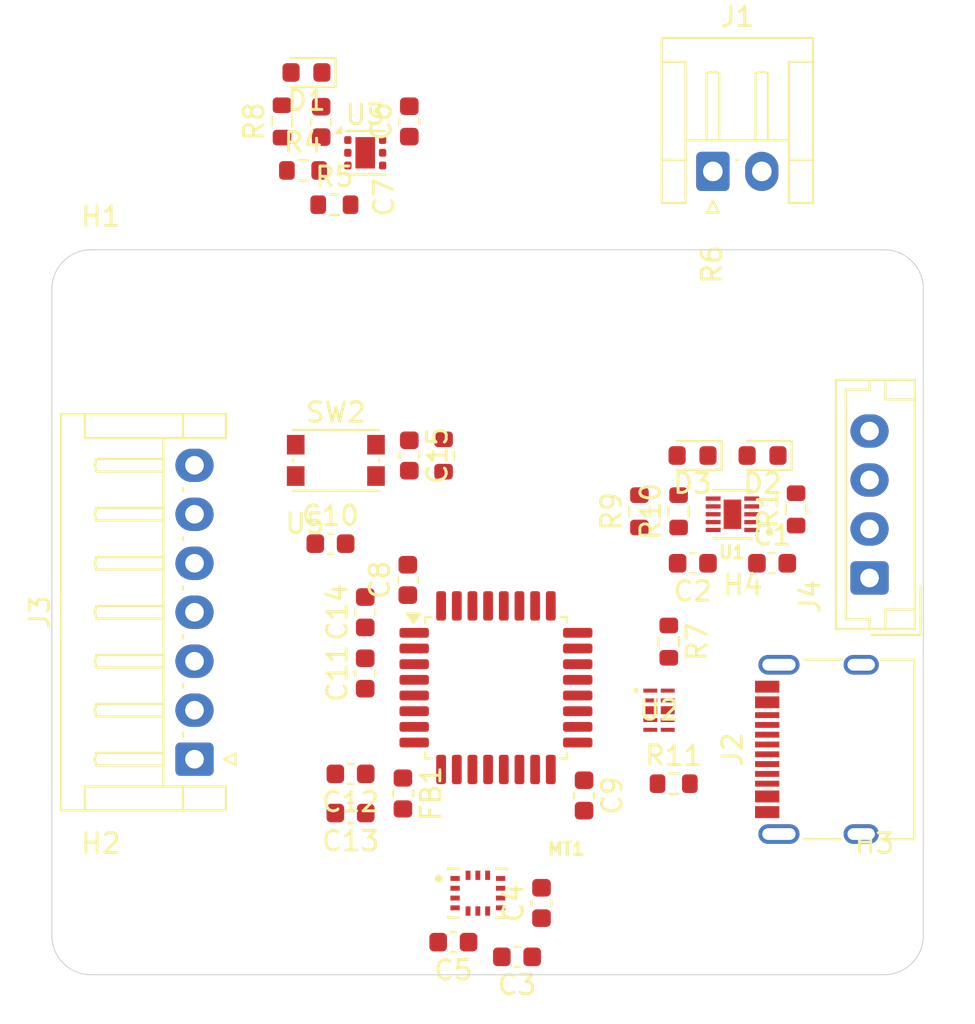
<source format=kicad_pcb>
(kicad_pcb (version 20241229) (generator "pcbnew") (generator_version "9.0")
  (layers (0 "F.Cu" signal) (2 "B.Cu" signal) (13 "F.Paste" user) (15 "B.Paste" user) (5 "F.SilkS" user "F.Silkscreen") (7 "B.SilkS" user "B.Silkscreen") (1 "F.Mask" user) (3 "B.Mask" user) (25 "Edge.Cuts" user))
  (net 0 "")
  (net 1 "GND")
  (net 2 "/VBUS")
  (net 3 "/VBAT")
  (net 4 "+3V3")
  (net 5 "+3.3VA")
  (net 6 "/NRST")
  (net 7 "/SW_BOOT0")
  (net 8 "Net-(D1-A)")
  (net 9 "Net-(D2-A)")
  (net 10 "Net-(D2-K)")
  (net 11 "/CHG_STATUS")
  (net 12 "Net-(D3-A)")
  (net 13 "/DIS_DC")
  (net 14 "/DIS_CS")
  (net 15 "/DIS_RST")
  (net 16 "/MOSI")
  (net 17 "/SCLK")
  (net 19 "/MISO")
  (net 21 "/GY_INT2")
  (net 22 "/GY_INT1")
  (net 23 "/GYRO_CS")
  (net 26 "Net-(U1-ISET)")
  (net 29 "Net-(U3-FB)")
  (net 30 "/BOOT0")
  (net 31 "/USB_P")
  (net 32 "Net-(J2-SHIELD)")
  (net 34 "/USB_N")
  (net 46 "/SWDIO")
  (net 50 "/SWCLK")
  (net 56 "/HSE_IN")
  (footprint "Capacitor_SMD:C_0603_1608Metric" (layer "F.Cu") (at 113.75 58.475 90)
    (property "Reference" "C7" (at -3.85 3.2075 90) (layer "F.SilkS"))
    (property "Value" "1uF")
    (fp_line (start -0.14058 -0.51) (end 0.14058 -0.51) (stroke (width 0.12)) (layer "F.SilkS"))
    (fp_line (start -0.14058 0.51) (end 0.14058 0.51) (stroke (width 0.12)) (layer "F.SilkS"))
    (pad "1" smd roundrect (at -0.775 0 90) (size 0.9 0.95) (layers "F.Cu" "F.Mask" "F.Paste") (net 4 "+3V3"))
    (pad "2" smd roundrect (at 0.775 0 90) (size 0.9 0.95) (layers "F.Cu" "F.Mask" "F.Paste") (net 1 "GND"))
  )
  (footprint "LED_SMD:LED_0603_1608Metric" (layer "F.Cu") (at 113 55.95 180)
    (property "Reference" "D1" (at 0 -1.43 0) (layer "F.SilkS"))
    (property "Value" "LED_Small")
    (fp_line (start 0.8 -0.735) (end -1.485 -0.735) (stroke (width 0.12)) (layer "F.SilkS"))
    (fp_line (start -1.485 0.735) (end 0.8 0.735) (stroke (width 0.12)) (layer "F.SilkS"))
    (fp_line (start -1.485 -0.735) (end -1.485 0.735) (stroke (width 0.12)) (layer "F.SilkS"))
    (pad "1" smd roundrect (at -0.7875 0 180) (size 0.875 0.95) (layers "F.Cu" "F.Mask" "F.Paste") (net 1 "GND"))
    (pad "2" smd roundrect (at 0.7875 0 180) (size 0.875 0.95) (layers "F.Cu" "F.Mask" "F.Paste") (net 8 "Net-(D1-A)"))
  )
  (footprint "Package_SON:WSON-6-1EP_2x2mm_P0.65mm_EP1x1.6mm" (layer "F.Cu") (at 116 60.05)
    (property "Reference" "U3" (at 0 -1.95 0) (layer "F.SilkS"))
    (property "Value" "TLV75801PDRV")
    (fp_line (start -1 -1.11) (end 1 -1.11) (stroke (width 0.12)) (layer "F.SilkS"))
    (fp_line (start -1 1.11) (end 1 1.11) (stroke (width 0.12)) (layer "F.SilkS"))
    (fp_poly (pts (xy -1.24 -1.01) (xy -1.52 -1.01) (xy -1.24 -1.29)) (stroke (width 0.12)) (fill yes) (layer "F.SilkS"))
    (pad "1" smd roundrect (at -0.8875 -0.65) (size 0.375 0.4) (layers "F.Cu" "F.Mask" "F.Paste") (net 4 "+3V3"))
    (pad "2" smd roundrect (at -0.8875 0) (size 0.375 0.4) (layers "F.Cu" "F.Mask" "F.Paste") (net 29 "Net-(U3-FB)"))
    (pad "3" smd roundrect (at -0.8875 0.65) (size 0.375 0.4) (layers "F.Cu" "F.Mask" "F.Paste") (net 1 "GND"))
    (pad "4" smd roundrect (at 0.8875 0.65) (size 0.375 0.4) (layers "F.Cu" "F.Mask" "F.Paste") (net 3 "/VBAT"))
    (pad "5" smd roundrect (at 0.8875 0) (size 0.375 0.4) (layers "F.Cu" "F.Mask" "F.Paste"))
    (pad "6" smd roundrect (at 0.8875 -0.65) (size 0.375 0.4) (layers "F.Cu" "F.Mask" "F.Paste") (net 3 "/VBAT"))
    (pad "7" smd rect (at 0 0) (size 1 1.6) (property pad_prop_heatsink) (layers "F.Cu" "F.Mask") (net 1 "GND"))
  )
  (footprint "Connector_JST:JST_EH_S7B-EH_1x07_P2.50mm_Horizontal" (layer "F.Cu") (at 107.2825 91 90)
    (property "Reference" "J3" (at 7.5 -7.9 90) (layer "F.SilkS"))
    (property "Value" "Conn_01x07")
    (fp_line (start 17.61 -6.81) (end 17.61 1.61) (stroke (width 0.12)) (layer "F.SilkS"))
    (fp_line (start -2.61 -6.81) (end 17.61 -6.81) (stroke (width 0.12)) (layer "F.SilkS"))
    (fp_line (start 17.61 -5.59) (end 16.39 -5.59) (stroke (width 0.12)) (layer "F.SilkS"))
    (fp_line (start 16.39 -5.59) (end 16.39 -0.59) (stroke (width 0.12)) (layer "F.SilkS"))
    (fp_line (start -1.39 -5.59) (end -1.39 -0.59) (stroke (width 0.12)) (layer "F.SilkS"))
    (fp_line (start -2.61 -5.59) (end -1.39 -5.59) (stroke (width 0.12)) (layer "F.SilkS"))
    (fp_line (start 15 -5.09) (end 15.32 -5.01) (stroke (width 0.12)) (layer "F.SilkS"))
    (fp_line (start 12.5 -5.09) (end 12.82 -5.01) (stroke (width 0.12)) (layer "F.SilkS"))
    (fp_line (start 10 -5.09) (end 10.32 -5.01) (stroke (width 0.12)) (layer "F.SilkS"))
    (fp_line (start 7.5 -5.09) (end 7.82 -5.01) (stroke (width 0.12)) (layer "F.SilkS"))
    (fp_line (start 5 -5.09) (end 5.32 -5.01) (stroke (width 0.12)) (layer "F.SilkS"))
    (fp_line (start 2.5 -5.09) (end 2.82 -5.01) (stroke (width 0.12)) (layer "F.SilkS"))
    (fp_line (start 0 -5.09) (end 0.32 -5.01) (stroke (width 0.12)) (layer "F.SilkS"))
    (fp_line (start 15.32 -5.01) (end 15.32 -1.59) (stroke (width 0.12)) (layer "F.SilkS"))
    (fp_line (start 14.68 -5.01) (end 15 -5.09) (stroke (width 0.12)) (layer "F.SilkS"))
    (fp_line (start 12.82 -5.01) (end 12.82 -1.59) (stroke (width 0.12)) (layer "F.SilkS"))
    (fp_line (start 12.18 -5.01) (end 12.5 -5.09) (stroke (width 0.12)) (layer "F.SilkS"))
    (fp_line (start 10.32 -5.01) (end 10.32 -1.59) (stroke (width 0.12)) (layer "F.SilkS"))
    (fp_line (start 9.68 -5.01) (end 10 -5.09) (stroke (width 0.12)) (layer "F.SilkS"))
    (fp_line (start 7.82 -5.01) (end 7.82 -1.59) (stroke (width 0.12)) (layer "F.SilkS"))
    (fp_line (start 7.18 -5.01) (end 7.5 -5.09) (stroke (width 0.12)) (layer "F.SilkS"))
    (fp_line (start 5.32 -5.01) (end 5.32 -1.59) (stroke (width 0.12)) (layer "F.SilkS"))
    (fp_line (start 4.68 -5.01) (end 5 -5.09) (stroke (width 0.12)) (layer "F.SilkS"))
    (fp_line (start 2.82 -5.01) (end 2.82 -1.59) (stroke (width 0.12)) (layer "F.SilkS"))
    (fp_line (start 2.18 -5.01) (end 2.5 -5.09) (stroke (width 0.12)) (layer "F.SilkS"))
    (fp_line (start 0.32 -5.01) (end 0.32 -1.59) (stroke (width 0.12)) (layer "F.SilkS"))
    (fp_line (start -0.32 -5.01) (end 0 -5.09) (stroke (width 0.12)) (layer "F.SilkS"))
    (fp_line (start 15.32 -1.59) (end 15 -1.59) (stroke (width 0.12)) (layer "F.SilkS"))
    (fp_line (start 15 -1.59) (end 14.68 -1.59) (stroke (width 0.12)) (layer "F.SilkS"))
    (fp_line (start 14.68 -1.59) (end 14.68 -5.01) (stroke (width 0.12)) (layer "F.SilkS"))
    (fp_line (start 12.82 -1.59) (end 12.5 -1.59) (stroke (width 0.12)) (layer "F.SilkS"))
    (fp_line (start 12.5 -1.59) (end 12.18 -1.59) (stroke (width 0.12)) (layer "F.SilkS"))
    (fp_line (start 12.18 -1.59) (end 12.18 -5.01) (stroke (width 0.12)) (layer "F.SilkS"))
    (fp_line (start 10.32 -1.59) (end 10 -1.59) (stroke (width 0.12)) (layer "F.SilkS"))
    (fp_line (start 10 -1.59) (end 9.68 -1.59) (stroke (width 0.12)) (layer "F.SilkS"))
    (fp_line (start 9.68 -1.59) (end 9.68 -5.01) (stroke (width 0.12)) (layer "F.SilkS"))
    (fp_line (start 7.82 -1.59) (end 7.5 -1.59) (stroke (width 0.12)) (layer "F.SilkS"))
    (fp_line (start 7.5 -1.59) (end 7.18 -1.59) (stroke (width 0.12)) (layer "F.SilkS"))
    (fp_line (start 7.18 -1.59) (end 7.18 -5.01) (stroke (width 0.12)) (layer "F.SilkS"))
    (fp_line (start 5.32 -1.59) (end 5 -1.59) (stroke (width 0.12)) (layer "F.SilkS"))
    (fp_line (start 5 -1.59) (end 4.68 -1.59) (stroke (width 0.12)) (layer "F.SilkS"))
    (fp_line (start 4.68 -1.59) (end 4.68 -5.01) (stroke (width 0.12)) (layer "F.SilkS"))
    (fp_line (start 2.82 -1.59) (end 2.5 -1.59) (stroke (width 0.12)) (layer "F.SilkS"))
    (fp_line (start 2.5 -1.59) (end 2.18 -1.59) (stroke (width 0.12)) (layer "F.SilkS"))
    (fp_line (start 2.18 -1.59) (end 2.18 -5.01) (stroke (width 0.12)) (layer "F.SilkS"))
    (fp_line (start 0.32 -1.59) (end 0 -1.59) (stroke (width 0.12)) (layer "F.SilkS"))
    (fp_line (start 0 -1.59) (end -0.32 -1.59) (stroke (width 0.12)) (layer "F.SilkS"))
    (fp_line (start -0.32 -1.59) (end -0.32 -5.01) (stroke (width 0.12)) (layer "F.SilkS"))
    (fp_line (start -1.39 -1.59) (end 16.39 -1.59) (stroke (width 0.12)) (layer "F.SilkS"))
    (fp_line (start 16.39 -0.59) (end 17.61 -0.59) (stroke (width 0.12)) (layer "F.SilkS"))
    (fp_line (start 13.67 -0.59) (end 13.83 -0.59) (stroke (width 0.12)) (layer "F.SilkS"))
    (fp_line (start 11.17 -0.59) (end 11.33 -0.59) (stroke (width 0.12)) (layer "F.SilkS"))
    (fp_line (start 8.67 -0.59) (end 8.83 -0.59) (stroke (width 0.12)) (layer "F.SilkS"))
    (fp_line (start 6.17 -0.59) (end 6.33 -0.59) (stroke (width 0.12)) (layer "F.SilkS"))
    (fp_line (start 3.67 -0.59) (end 3.83 -0.59) (stroke (width 0.12)) (layer "F.SilkS"))
    (fp_line (start 1.17 -0.59) (end 1.33 -0.59) (stroke (width 0.12)) (layer "F.SilkS"))
    (fp_line (start -1.39 -0.59) (end -2.61 -0.59) (stroke (width 0.12)) (layer "F.SilkS"))
    (fp_line (start -1.39 -0.59) (end -1.39 1.61) (stroke (width 0.12)) (layer "F.SilkS"))
    (fp_line (start 0 1.5) (end -0.3 2.1) (stroke (width 0.12)) (layer "F.SilkS"))
    (fp_line (start 17.61 1.61) (end 16.39 1.61) (stroke (width 0.12)) (layer "F.SilkS"))
    (fp_line (start 16.39 1.61) (end 16.39 -0.59) (stroke (width 0.12)) (layer "F.SilkS"))
    (fp_line (start -1.39 1.61) (end -2.61 1.61) (stroke (width 0.12)) (layer "F.SilkS"))
    (fp_line (start -2.61 1.61) (end -2.61 -6.81) (stroke (width 0.12)) (layer "F.SilkS"))
    (fp_line (start 0.3 2.1) (end 0 1.5) (stroke (width 0.12)) (layer "F.SilkS"))
    (fp_line (start -0.3 2.1) (end 0.3 2.1) (stroke (width 0.12)) (layer "F.SilkS"))
    (pad "1" thru_hole roundrect (at 0 0 90) (size 1.7 1.95) (drill 0.95) (layers "*.Cu" "*.Mask") (roundrect_rratio 0.147059) (net 4 "+3V3"))
    (pad "2" thru_hole oval (at 2.5 0 90) (size 1.7 1.95) (drill 0.95) (layers "*.Cu" "*.Mask") (net 1 "GND"))
    (pad "3" thru_hole oval (at 5 0 90) (size 1.7 1.95) (drill 0.95) (layers "*.Cu" "*.Mask") (net 16 "/MOSI"))
    (pad "4" thru_hole oval (at 7.5 0 90) (size 1.7 1.95) (drill 0.95) (layers "*.Cu" "*.Mask") (net 17 "/SCLK"))
    (pad "5" thru_hole oval (at 10 0 90) (size 1.7 1.95) (drill 0.95) (layers "*.Cu" "*.Mask") (net 14 "/DIS_CS"))
    (pad "6" thru_hole oval (at 12.5 0 90) (size 1.7 1.95) (drill 0.95) (layers "*.Cu" "*.Mask") (net 13 "/DIS_DC"))
    (pad "7" thru_hole oval (at 15 0 90) (size 1.7 1.95) (drill 0.95) (layers "*.Cu" "*.Mask") (net 15 "/DIS_RST"))
  )
  (footprint "MountingHole:MountingHole_3.2mm_M3" (layer "F.Cu") (at 142 99.5)
    (property "Reference" "H3" (at 0 -4.2 0) (layer "F.SilkS"))
    (property "Value" "MountingHole")
    (pad "" np_thru_hole circle (at 0 0) (size 3.2 3.2) (drill 3.2) (layers "*.Cu" "*.Mask"))
  )
  (footprint "Capacitor_SMD:C_0603_1608Metric" (layer "F.Cu") (at 127.175 92.85 -90)
    (property "Reference" "C9" (at 0 -1.43 90) (layer "F.SilkS"))
    (property "Value" "100nF")
    (fp_line (start -0.14058 0.51) (end 0.14058 0.51) (stroke (width 0.12)) (layer "F.SilkS"))
    (fp_line (start -0.14058 -0.51) (end 0.14058 -0.51) (stroke (width 0.12)) (layer "F.SilkS"))
    (pad "1" smd roundrect (at -0.775 0 270) (size 0.9 0.95) (layers "F.Cu" "F.Mask" "F.Paste") (net 4 "+3V3"))
    (pad "2" smd roundrect (at 0.775 0 270) (size 0.9 0.95) (layers "F.Cu" "F.Mask" "F.Paste") (net 1 "GND"))
  )
  (footprint "Resistor_SMD:R_0603_1608Metric" (layer "F.Cu") (at 114.425 62.7)
    (property "Reference" "R5" (at 0 -1.43 0) (layer "F.SilkS"))
    (property "Value" "200k")
    (fp_line (start -0.237258 -0.5225) (end 0.237258 -0.5225) (stroke (width 0.12)) (layer "F.SilkS"))
    (fp_line (start -0.237258 0.5225) (end 0.237258 0.5225) (stroke (width 0.12)) (layer "F.SilkS"))
    (pad "1" smd roundrect (at -0.825 0) (size 0.8 0.95) (layers "F.Cu" "F.Mask" "F.Paste") (net 29 "Net-(U3-FB)"))
    (pad "2" smd roundrect (at 0.825 0) (size 0.8 0.95) (layers "F.Cu" "F.Mask" "F.Paste") (net 1 "GND"))
  )
  (footprint "Inductor_SMD:L_0603_1608Metric" (layer "F.Cu") (at 117.925 92.75 -90)
    (property "Reference" "FB1" (at 0 -1.43 90) (layer "F.SilkS"))
    (property "Value" "120R")
    (fp_line (start -0.162779 0.51) (end 0.162779 0.51) (stroke (width 0.12)) (layer "F.SilkS"))
    (fp_line (start -0.162779 -0.51) (end 0.162779 -0.51) (stroke (width 0.12)) (layer "F.SilkS"))
    (pad "1" smd roundrect (at -0.7875 0 270) (size 0.875 0.95) (layers "F.Cu" "F.Mask" "F.Paste") (net 5 "+3.3VA"))
    (pad "2" smd roundrect (at 0.7875 0 270) (size 0.875 0.95) (layers "F.Cu" "F.Mask" "F.Paste") (net 4 "+3V3"))
  )
  (footprint "ESD7104:UDFN10_ONS" (layer "F.Cu") (at 131 88.5)
    (property "Reference" "U2" (at 0 0 0) (layer "F.SilkS"))
    (property "Value" "ESD7104MUTAG")
    (fp_arc (start -1.13284 -0.926171) (mid -1.2279 -1) (end -1.13284 -1.073829) (stroke (width 0.1524)) (layer "F.SilkS"))
    (pad "1" smd rect (at -0.4445 -1.000001) (size 0.7112 0.2032) (layers "F.Cu" "F.Mask" "F.Paste") (net 34 "/USB_N"))
    (pad "2" smd rect (at -0.4445 -0.499999) (size 0.7112 0.2032) (layers "F.Cu" "F.Mask" "F.Paste") (net 31 "/USB_P"))
    (pad "3" smd rect (at -0.4445 0) (size 0.7112 0.4064) (layers "F.Cu" "F.Mask" "F.Paste") (net 1 "GND"))
    (pad "4" smd rect (at -0.4445 0.499999) (size 0.7112 0.2032) (layers "F.Cu" "F.Mask" "F.Paste") (net 2 "/VBUS"))
    (pad "5" smd rect (at -0.4445 1.000001) (size 0.7112 0.2032) (layers "F.Cu" "F.Mask" "F.Paste"))
    (pad "6" smd rect (at 0.4445 1.000001) (size 0.7112 0.2032) (layers "F.Cu" "F.Mask" "F.Paste"))
    (pad "7" smd rect (at 0.4445 0.499999) (size 0.7112 0.2032) (layers "F.Cu" "F.Mask" "F.Paste"))
    (pad "8" smd rect (at 0.4445 0) (size 0.7112 0.4064) (layers "F.Cu" "F.Mask" "F.Paste") (net 1 "GND"))
    (pad "9" smd rect (at 0.4445 -0.499999) (size 0.7112 0.2032) (layers "F.Cu" "F.Mask" "F.Paste"))
    (pad "10" smd rect (at 0.4445 -1.000001) (size 0.7112 0.2032) (layers "F.Cu" "F.Mask" "F.Paste"))
  )
  (footprint "Capacitor_SMD:C_0603_1608Metric" (layer "F.Cu") (at 116 86.625 90)
    (property "Reference" "C11" (at 0 -1.43 90) (layer "F.SilkS"))
    (property "Value" "10nF")
    (fp_line (start -0.14058 -0.51) (end 0.14058 -0.51) (stroke (width 0.12)) (layer "F.SilkS"))
    (fp_line (start -0.14058 0.51) (end 0.14058 0.51) (stroke (width 0.12)) (layer "F.SilkS"))
    (pad "1" smd roundrect (at -0.775 0 90) (size 0.9 0.95) (layers "F.Cu" "F.Mask" "F.Paste") (net 5 "+3.3VA"))
    (pad "2" smd roundrect (at 0.775 0 90) (size 0.9 0.95) (layers "F.Cu" "F.Mask" "F.Paste") (net 1 "GND"))
  )
  (footprint "Capacitor_SMD:C_0603_1608Metric" (layer "F.Cu") (at 136.775 81)
    (property "Reference" "C1" (at 0 -1.43 0) (layer "F.SilkS"))
    (property "Value" "1uF")
    (fp_line (start -0.14058 -0.51) (end 0.14058 -0.51) (stroke (width 0.12)) (layer "F.SilkS"))
    (fp_line (start -0.14058 0.51) (end 0.14058 0.51) (stroke (width 0.12)) (layer "F.SilkS"))
    (pad "1" smd roundrect (at -0.775 0) (size 0.9 0.95) (layers "F.Cu" "F.Mask" "F.Paste") (net 1 "GND"))
    (pad "2" smd roundrect (at 0.775 0) (size 0.9 0.95) (layers "F.Cu" "F.Mask" "F.Paste") (net 2 "/VBUS"))
  )
  (footprint "Button_Switch_SMD:SW_Push_1P1T_NO_CK_KMR2" (layer "F.Cu") (at 114.5 75.75)
    (property "Reference" "SW2" (at 0 -2.45 0) (layer "F.SilkS"))
    (property "Value" "SW_Push")
    (fp_line (start -2.2 0.05) (end -2.2 -0.05) (stroke (width 0.12)) (layer "F.SilkS"))
    (fp_line (start -2.2 1.55) (end 2.2 1.55) (stroke (width 0.12)) (layer "F.SilkS"))
    (fp_line (start 2.2 -1.55) (end -2.2 -1.55) (stroke (width 0.12)) (layer "F.SilkS"))
    (fp_line (start 2.2 0.05) (end 2.2 -0.05) (stroke (width 0.12)) (layer "F.SilkS"))
    (pad "1" smd rect (at -2.05 -0.8) (size 0.9 1) (layers "F.Cu" "F.Mask" "F.Paste") (net 7 "/SW_BOOT0"))
    (pad "1" smd rect (at 2.05 -0.8) (size 0.9 1) (layers "F.Cu" "F.Mask" "F.Paste") (net 7 "/SW_BOOT0"))
    (pad "2" smd rect (at -2.05 0.8) (size 0.9 1) (layers "F.Cu" "F.Mask" "F.Paste") (net 4 "+3V3"))
    (pad "2" smd rect (at 2.05 0.8) (size 0.9 1) (layers "F.Cu" "F.Mask" "F.Paste") (net 4 "+3V3"))
  )
  (footprint "Connector_USB:USB_C_Receptacle_G-Switch_GT-USB-7010ASV" (layer "F.Cu") (at 140.25 90.5 90)
    (property "Reference" "J2" (at 0 -5.5 90) (layer "F.SilkS"))
    (property "Value" "USB_C_Receptacle_USB2.0_16P")
    (fp_line (start -4.58 -1.85) (end -4.58 0.07) (stroke (width 0.12)) (layer "F.SilkS"))
    (fp_line (start 4.58 0.07) (end 4.58 -1.85) (stroke (width 0.12)) (layer "F.SilkS"))
    (fp_line (start 4.58 2.08) (end 4.58 3.785) (stroke (width 0.12)) (layer "F.SilkS"))
    (fp_line (start 4.58 3.785) (end -4.58 3.785) (stroke (width 0.12)) (layer "F.SilkS"))
    (fp_line (start -4.58 3.785) (end -4.58 2.08) (stroke (width 0.12)) (layer "F.SilkS"))
    (pad "" np_thru_hole circle (at -2.89 -2.605 90) (size 0.65 0.65) (drill 0.65) (layers "*.Cu" "*.Mask"))
    (pad "" np_thru_hole circle (at 2.89 -2.605 90) (size 0.65 0.65) (drill 0.65) (layers "*.Cu" "*.Mask"))
    (pad "A1" smd rect (at -3.2 -3.725 90) (size 0.6 1.24) (layers "F.Cu" "F.Mask" "F.Paste") (net 1 "GND"))
    (pad "A4" smd rect (at -2.4 -3.725 90) (size 0.6 1.24) (layers "F.Cu" "F.Mask" "F.Paste") (net 2 "/VBUS"))
    (pad "A5" smd rect (at -1.25 -3.725 90) (size 0.3 1.24) (layers "F.Cu" "F.Mask" "F.Paste"))
    (pad "A6" smd rect (at -0.25 -3.725 90) (size 0.3 1.24) (layers "F.Cu" "F.Mask" "F.Paste") (net 31 "/USB_P"))
    (pad "A7" smd rect (at 0.25 -3.725 90) (size 0.3 1.24) (layers "F.Cu" "F.Mask" "F.Paste") (net 34 "/USB_N"))
    (pad "A8" smd rect (at 1.25 -3.725 90) (size 0.3 1.24) (layers "F.Cu" "F.Mask" "F.Paste"))
    (pad "A9" smd rect (at 2.4 -3.725 90) (size 0.6 1.24) (layers "F.Cu" "F.Mask" "F.Paste") (net 2 "/VBUS"))
    (pad "A12" smd rect (at 3.2 -3.725 90) (size 0.6 1.24) (layers "F.Cu" "F.Mask" "F.Paste") (net 1 "GND"))
    (pad "B1" smd rect (at 3.2 -3.725 90) (size 0.6 1.24) (layers "F.Cu" "F.Mask" "F.Paste") (net 1 "GND"))
    (pad "B4" smd rect (at 2.4 -3.725 90) (size 0.6 1.24) (layers "F.Cu" "F.Mask" "F.Paste") (net 2 "/VBUS"))
    (pad "B5" smd rect (at 1.75 -3.725 90) (size 0.3 1.24) (layers "F.Cu" "F.Mask" "F.Paste"))
    (pad "B6" smd rect (at 0.75 -3.725 90) (size 0.3 1.24) (layers "F.Cu" "F.Mask" "F.Paste") (net 31 "/USB_P"))
    (pad "B7" smd rect (at -0.75 -3.725 90) (size 0.3 1.24) (layers "F.Cu" "F.Mask" "F.Paste") (net 34 "/USB_N"))
    (pad "B8" smd rect (at -1.75 -3.725 90) (size 0.3 1.24) (layers "F.Cu" "F.Mask" "F.Paste"))
    (pad "B9" smd rect (at -2.4 -3.725 90) (size 0.6 1.24) (layers "F.Cu" "F.Mask" "F.Paste") (net 2 "/VBUS"))
    (pad "B12" smd rect (at -3.2 -3.725 90) (size 0.6 1.24) (layers "F.Cu" "F.Mask" "F.Paste") (net 1 "GND"))
    (pad "S1" thru_hole oval (at -4.32 -3.125 90) (size 1 2.1) (drill oval 0.6 1.7) (property pad_prop_heatsink) (layers "*.Cu" "*.Mask") (net 32 "Net-(J2-SHIELD)"))
    (pad "S1" thru_hole oval (at -4.32 1.075 90) (size 1 1.8) (drill oval 0.6 1.4) (property pad_prop_heatsink) (layers "*.Cu" "*.Mask") (net 32 "Net-(J2-SHIELD)"))
    (pad "S1" thru_hole oval (at 4.32 -3.125 90) (size 1 2.1) (drill oval 0.6 1.7) (property pad_prop_heatsink) (layers "*.Cu" "*.Mask") (net 32 "Net-(J2-SHIELD)"))
    (pad "S1" thru_hole oval (at 4.32 1.075 90) (size 1 1.8) (drill oval 0.6 1.4) (property pad_prop_heatsink) (layers "*.Cu" "*.Mask") (net 32 "Net-(J2-SHIELD)"))
  )
  (footprint "Resistor_SMD:R_0603_1608Metric" (layer "F.Cu") (at 138 78.25 90)
    (property "Reference" "R1" (at 0 -1.43 90) (layer "F.SilkS"))
    (property "Value" "540")
    (fp_line (start -0.237258 -0.5225) (end 0.237258 -0.5225) (stroke (width 0.12)) (layer "F.SilkS"))
    (fp_line (start -0.237258 0.5225) (end 0.237258 0.5225) (stroke (width 0.12)) (layer "F.SilkS"))
    (pad "1" smd roundrect (at -0.825 0 90) (size 0.8 0.95) (layers "F.Cu" "F.Mask" "F.Paste") (net 26 "Net-(U1-ISET)"))
    (pad "2" smd roundrect (at 0.825 0 90) (size 0.8 0.95) (layers "F.Cu" "F.Mask" "F.Paste") (net 1 "GND"))
  )
  (footprint "Connector_JST:JST_EH_S2B-EH_1x02_P2.50mm_Horizontal" (layer "F.Cu") (at 133.75 61)
    (property "Reference" "J1" (at 1.25 -7.9 0) (layer "F.SilkS"))
    (property "Value" "Battery")
    (fp_line (start -2.61 -6.81) (end 5.11 -6.81) (stroke (width 0.12)) (layer "F.SilkS"))
    (fp_line (start -2.61 -5.59) (end -1.39 -5.59) (stroke (width 0.12)) (layer "F.SilkS"))
    (fp_line (start -2.61 1.61) (end -2.61 -6.81) (stroke (width 0.12)) (layer "F.SilkS"))
    (fp_line (start -1.39 -5.59) (end -1.39 -0.59) (stroke (width 0.12)) (layer "F.SilkS"))
    (fp_line (start -1.39 -1.59) (end 3.89 -1.59) (stroke (width 0.12)) (layer "F.SilkS"))
    (fp_line (start -1.39 -0.59) (end -2.61 -0.59) (stroke (width 0.12)) (layer "F.SilkS"))
    (fp_line (start -1.39 -0.59) (end -1.39 1.61) (stroke (width 0.12)) (layer "F.SilkS"))
    (fp_line (start -1.39 1.61) (end -2.61 1.61) (stroke (width 0.12)) (layer "F.SilkS"))
    (fp_line (start -0.32 -5.01) (end 0 -5.09) (stroke (width 0.12)) (layer "F.SilkS"))
    (fp_line (start -0.32 -1.59) (end -0.32 -5.01) (stroke (width 0.12)) (layer "F.SilkS"))
    (fp_line (start -0.3 2.1) (end 0.3 2.1) (stroke (width 0.12)) (layer "F.SilkS"))
    (fp_line (start 0 -5.09) (end 0.32 -5.01) (stroke (width 0.12)) (layer "F.SilkS"))
    (fp_line (start 0 -1.59) (end -0.32 -1.59) (stroke (width 0.12)) (layer "F.SilkS"))
    (fp_line (start 0 1.5) (end -0.3 2.1) (stroke (width 0.12)) (layer "F.SilkS"))
    (fp_line (start 0.3 2.1) (end 0 1.5) (stroke (width 0.12)) (layer "F.SilkS"))
    (fp_line (start 0.32 -5.01) (end 0.32 -1.59) (stroke (width 0.12)) (layer "F.SilkS"))
    (fp_line (start 0.32 -1.59) (end 0 -1.59) (stroke (width 0.12)) (layer "F.SilkS"))
    (fp_line (start 1.17 -0.59) (end 1.33 -0.59) (stroke (width 0.12)) (layer "F.SilkS"))
    (fp_line (start 2.18 -5.01) (end 2.5 -5.09) (stroke (width 0.12)) (layer "F.SilkS"))
    (fp_line (start 2.18 -1.59) (end 2.18 -5.01) (stroke (width 0.12)) (layer "F.SilkS"))
    (fp_line (start 2.5 -5.09) (end 2.82 -5.01) (stroke (width 0.12)) (layer "F.SilkS"))
    (fp_line (start 2.5 -1.59) (end 2.18 -1.59) (stroke (width 0.12)) (layer "F.SilkS"))
    (fp_line (start 2.82 -5.01) (end 2.82 -1.59) (stroke (width 0.12)) (layer "F.SilkS"))
    (fp_line (start 2.82 -1.59) (end 2.5 -1.59) (stroke (width 0.12)) (layer "F.SilkS"))
    (fp_line (start 3.89 -5.59) (end 3.89 -0.59) (stroke (width 0.12)) (layer "F.SilkS"))
    (fp_line (start 3.89 -0.59) (end 5.11 -0.59) (stroke (width 0.12)) (layer "F.SilkS"))
    (fp_line (start 3.89 1.61) (end 3.89 -0.59) (stroke (width 0.12)) (layer "F.SilkS"))
    (fp_line (start 5.11 -6.81) (end 5.11 1.61) (stroke (width 0.12)) (layer "F.SilkS"))
    (fp_line (start 5.11 -5.59) (end 3.89 -5.59) (stroke (width 0.12)) (layer "F.SilkS"))
    (fp_line (start 5.11 1.61) (end 3.89 1.61) (stroke (width 0.12)) (layer "F.SilkS"))
    (pad "1" thru_hole roundrect (at 0 0) (size 1.7 2) (drill 1) (layers "*.Cu" "*.Mask") (roundrect_rratio 0.147059) (net 3 "/VBAT"))
    (pad "2" thru_hole oval (at 2.5 0) (size 1.7 2) (drill 1) (layers "*.Cu" "*.Mask") (net 1 "GND"))
  )
  (footprint "ICM42670:XDCR_ICM-42670-P" (layer "F.Cu") (at 121.75 97.8375)
    (property "Reference" "MT1" (at 4.507 -2.2564 0) (layer "F.SilkS") (effects (font (size 0.64 0.64))))
    (property "Value" "ICM-42670-P")
    (fp_line (start -1.5 -1.25) (end -0.945 -1.25) (stroke (width 0.127)) (layer "F.SilkS"))
    (fp_line (start -1.5 -1.195) (end -1.5 -1.25) (stroke (width 0.127)) (layer "F.SilkS"))
    (fp_line (start -1.5 1.25) (end -1.5 1.195) (stroke (width 0.127)) (layer "F.SilkS"))
    (fp_line (start -0.945 1.25) (end -1.5 1.25) (stroke (width 0.127)) (layer "F.SilkS"))
    (fp_line (start 0.945 -1.25) (end 1.5 -1.25) (stroke (width 0.127)) (layer "F.SilkS"))
    (fp_line (start 1.5 -1.25) (end 1.5 -1.195) (stroke (width 0.127)) (layer "F.SilkS"))
    (fp_line (start 1.5 1.25) (end 0.945 1.25) (stroke (width 0.127)) (layer "F.SilkS"))
    (fp_line (start 1.5 1.25) (end 1.5 1.195) (stroke (width 0.127)) (layer "F.SilkS"))
    (fp_circle (center -2 -0.75) (end -1.9 -0.75) (stroke (width 0.2)) (fill no) (layer "F.SilkS"))
    (pad "1" smd rect (at -1.1625 -0.75) (size 0.475 0.25) (layers "F.Cu") (net 19 "/MISO"))
    (pad "2" smd rect (at -1.1625 -0.25) (size 0.475 0.25) (layers "F.Cu"))
    (pad "3" smd rect (at -1.1625 0.25) (size 0.475 0.25) (layers "F.Cu"))
    (pad "4" smd rect (at -1.1625 0.75) (size 0.475 0.25) (layers "F.Cu") (net 22 "/GY_INT1"))
    (pad "5" smd rect (at -0.5 0.9125) (size 0.25 0.475) (layers "F.Cu") (net 4 "+3V3"))
    (pad "6" smd rect (at 0 0.9125) (size 0.25 0.475) (layers "F.Cu") (net 1 "GND"))
    (pad "7" smd rect (at 0.5 0.9125) (size 0.25 0.475) (layers "F.Cu") (net 1 "GND"))
    (pad "8" smd rect (at 1.1625 0.75) (size 0.475 0.25) (layers "F.Cu") (net 4 "+3V3"))
    (pad "9" smd rect (at 1.1625 0.25) (size 0.475 0.25) (layers "F.Cu") (net 21 "/GY_INT2"))
    (pad "10" smd rect (at 1.1625 -0.25) (size 0.475 0.25) (layers "F.Cu"))
    (pad "11" smd rect (at 1.1625 -0.75) (size 0.475 0.25) (layers "F.Cu"))
    (pad "12" smd rect (at 0.5 -0.9125) (size 0.25 0.475) (layers "F.Cu") (net 23 "/GYRO_CS"))
    (pad "13" smd rect (at 0 -0.9125) (size 0.25 0.475) (layers "F.Cu") (net 17 "/SCLK"))
    (pad "14" smd rect (at -0.5 -0.9125) (size 0.25 0.475) (layers "F.Cu") (net 16 "/MOSI"))
  )
  (footprint "MountingHole:MountingHole_3.2mm_M3" (layer "F.Cu") (at 102.5 99.5)
    (property "Reference" "H2" (at 0 -4.2 0) (layer "F.SilkS"))
    (property "Value" "MountingHole")
    (pad "" np_thru_hole circle (at 0 0) (size 3.2 3.2) (drill 3.2) (layers "*.Cu" "*.Mask"))
  )
  (footprint "Resistor_SMD:R_0603_1608Metric" (layer "F.Cu") (at 131.5 85 -90)
    (property "Reference" "R7" (at 0 -1.43 90) (layer "F.SilkS"))
    (property "Value" "1k5")
    (fp_line (start -0.237258 0.5225) (end 0.237258 0.5225) (stroke (width 0.12)) (layer "F.SilkS"))
    (fp_line (start -0.237258 -0.5225) (end 0.237258 -0.5225) (stroke (width 0.12)) (layer "F.SilkS"))
    (pad "1" smd roundrect (at -0.825 0 270) (size 0.8 0.95) (layers "F.Cu" "F.Mask" "F.Paste") (net 4 "+3V3"))
    (pad "2" smd roundrect (at 0.825 0 270) (size 0.8 0.95) (layers "F.Cu" "F.Mask" "F.Paste") (net 31 "/USB_P"))
  )
  (footprint "MountingHole:MountingHole_3.2mm_M3" (layer "F.Cu") (at 142 67.5)
    (property "Reference" "H4" (at -6.72 14.6 0) (layer "F.SilkS"))
    (property "Value" "MountingHole")
    (pad "" np_thru_hole circle (at 0 0) (size 3.2 3.2) (drill 3.2) (layers "*.Cu" "*.Mask"))
  )
  (footprint "LED_SMD:LED_0603_1608Metric" (layer "F.Cu") (at 132.7125 75.5 180)
    (property "Reference" "D3" (at 0 -1.43 0) (layer "F.SilkS"))
    (property "Value" "Charging")
    (fp_line (start 0.8 -0.735) (end -1.485 -0.735) (stroke (width 0.12)) (layer "F.SilkS"))
    (fp_line (start -1.485 0.735) (end 0.8 0.735) (stroke (width 0.12)) (layer "F.SilkS"))
    (fp_line (start -1.485 -0.735) (end -1.485 0.735) (stroke (width 0.12)) (layer "F.SilkS"))
    (pad "1" smd roundrect (at -0.7875 0 180) (size 0.875 0.95) (layers "F.Cu" "F.Mask" "F.Paste") (net 11 "/CHG_STATUS"))
    (pad "2" smd roundrect (at 0.7875 0 180) (size 0.875 0.95) (layers "F.Cu" "F.Mask" "F.Paste") (net 12 "Net-(D3-A)"))
  )
  (footprint "Capacitor_SMD:C_0603_1608Metric" (layer "F.Cu") (at 120.5 100.3375 180)
    (property "Reference" "C5" (at 0 -1.43 0) (layer "F.SilkS"))
    (property "Value" "10nF")
    (fp_line (start -0.14058 0.51) (end 0.14058 0.51) (stroke (width 0.12)) (layer "F.SilkS"))
    (fp_line (start -0.14058 -0.51) (end 0.14058 -0.51) (stroke (width 0.12)) (layer "F.SilkS"))
    (pad "1" smd roundrect (at -0.775 0 180) (size 0.9 0.95) (layers "F.Cu" "F.Mask" "F.Paste") (net 1 "GND"))
    (pad "2" smd roundrect (at 0.775 0 180) (size 0.9 0.95) (layers "F.Cu" "F.Mask" "F.Paste") (net 4 "+3V3"))
  )
  (footprint "Resistor_SMD:R_0603_1608Metric" (layer "F.Cu") (at 130 78.35 90)
    (property "Reference" "R9" (at 0 -1.43 90) (layer "F.SilkS"))
    (property "Value" "1k")
    (fp_line (start -0.237258 -0.5225) (end 0.237258 -0.5225) (stroke (width 0.12)) (layer "F.SilkS"))
    (fp_line (start -0.237258 0.5225) (end 0.237258 0.5225) (stroke (width 0.12)) (layer "F.SilkS"))
    (pad "1" smd roundrect (at -0.825 0 90) (size 0.8 0.95) (layers "F.Cu" "F.Mask" "F.Paste") (net 3 "/VBAT"))
    (pad "2" smd roundrect (at 0.825 0 90) (size 0.8 0.95) (layers "F.Cu" "F.Mask" "F.Paste") (net 9 "Net-(D2-A)"))
  )
  (footprint "MountingHole:MountingHole_3.2mm_M3" (layer "F.Cu") (at 102.5 67.5)
    (property "Reference" "H1" (at 0 -4.2 0) (layer "F.SilkS"))
    (property "Value" "MountingHole")
    (pad "" np_thru_hole circle (at 0 0) (size 3.2 3.2) (drill 3.2) (layers "*.Cu" "*.Mask"))
  )
  (footprint "Resistor_SMD:R_0603_1608Metric" (layer "F.Cu") (at 120 75.5 -90)
    (property "Reference" "R6" (at -9.75 -13.705 90) (layer "F.SilkS"))
    (property "Value" "10k")
    (fp_line (start -0.237258 0.5225) (end 0.237258 0.5225) (stroke (width 0.12)) (layer "F.SilkS"))
    (fp_line (start -0.237258 -0.5225) (end 0.237258 -0.5225) (stroke (width 0.12)) (layer "F.SilkS"))
    (pad "1" smd roundrect (at -0.825 0 270) (size 0.8 0.95) (layers "F.Cu" "F.Mask" "F.Paste") (net 7 "/SW_BOOT0"))
    (pad "2" smd roundrect (at 0.825 0 270) (size 0.8 0.95) (layers "F.Cu" "F.Mask" "F.Paste") (net 30 "/BOOT0"))
  )
  (footprint "Capacitor_SMD:C_0603_1608Metric" (layer "F.Cu") (at 118.175 81.85 90)
    (property "Reference" "C8" (at 0 -1.43 90) (layer "F.SilkS"))
    (property "Value" "100nF")
    (fp_line (start -0.14058 -0.51) (end 0.14058 -0.51) (stroke (width 0.12)) (layer "F.SilkS"))
    (fp_line (start -0.14058 0.51) (end 0.14058 0.51) (stroke (width 0.12)) (layer "F.SilkS"))
    (pad "1" smd roundrect (at -0.775 0 90) (size 0.9 0.95) (layers "F.Cu" "F.Mask" "F.Paste") (net 4 "+3V3"))
    (pad "2" smd roundrect (at 0.775 0 90) (size 0.9 0.95) (layers "F.Cu" "F.Mask" "F.Paste") (net 1 "GND"))
  )
  (footprint "Resistor_SMD:R_0603_1608Metric" (layer "F.Cu") (at 112.825 60.95)
    (property "Reference" "R4" (at 0 -1.43 0) (layer "F.SilkS"))
    (property "Value" "1M")
    (fp_line (start -0.237258 -0.5225) (end 0.237258 -0.5225) (stroke (width 0.12)) (layer "F.SilkS"))
    (fp_line (start -0.237258 0.5225) (end 0.237258 0.5225) (stroke (width 0.12)) (layer "F.SilkS"))
    (pad "1" smd roundrect (at -0.825 0) (size 0.8 0.95) (layers "F.Cu" "F.Mask" "F.Paste") (net 4 "+3V3"))
    (pad "2" smd roundrect (at 0.825 0) (size 0.8 0.95) (layers "F.Cu" "F.Mask" "F.Paste") (net 29 "Net-(U3-FB)"))
  )
  (footprint "Capacitor_SMD:C_0603_1608Metric" (layer "F.Cu") (at 123.75 101.0875 180)
    (property "Reference" "C3" (at 0 -1.43 0) (layer "F.SilkS"))
    (property "Value" "0.1uF")
    (fp_line (start -0.14058 0.51) (end 0.14058 0.51) (stroke (width 0.12)) (layer "F.SilkS"))
    (fp_line (start -0.14058 -0.51) (end 0.14058 -0.51) (stroke (width 0.12)) (layer "F.SilkS"))
    (pad "1" smd roundrect (at -0.775 0 180) (size 0.9 0.95) (layers "F.Cu" "F.Mask" "F.Paste") (net 1 "GND"))
    (pad "2" smd roundrect (at 0.775 0 180) (size 0.9 0.95) (layers "F.Cu" "F.Mask" "F.Paste") (net 4 "+3V3"))
  )
  (footprint "Capacitor_SMD:C_0603_1608Metric" (layer "F.Cu") (at 115.25 91.75 180)
    (property "Reference" "C12" (at 0 -1.43 0) (layer "F.SilkS"))
    (property "Value" "1uF")
    (fp_line (start -0.14058 0.51) (end 0.14058 0.51) (stroke (width 0.12)) (layer "F.SilkS"))
    (fp_line (start -0.14058 -0.51) (end 0.14058 -0.51) (stroke (width 0.12)) (layer "F.SilkS"))
    (pad "1" smd roundrect (at -0.775 0 180) (size 0.9 0.95) (layers "F.Cu" "F.Mask" "F.Paste") (net 5 "+3.3VA"))
    (pad "2" smd roundrect (at 0.775 0 180) (size 0.9 0.95) (layers "F.Cu" "F.Mask" "F.Paste") (net 1 "GND"))
  )
  (footprint "Capacitor_SMD:C_0603_1608Metric" (layer "F.Cu") (at 132.725 81 180)
    (property "Reference" "C2" (at 0 -1.43 0) (layer "F.SilkS"))
    (property "Value" "1uF")
    (fp_line (start -0.14058 0.51) (end 0.14058 0.51) (stroke (width 0.12)) (layer "F.SilkS"))
    (fp_line (start -0.14058 -0.51) (end 0.14058 -0.51) (stroke (width 0.12)) (layer "F.SilkS"))
    (pad "1" smd roundrect (at -0.775 0 180) (size 0.9 0.95) (layers "F.Cu" "F.Mask" "F.Paste") (net 3 "/VBAT"))
    (pad "2" smd roundrect (at 0.775 0 180) (size 0.9 0.95) (layers "F.Cu" "F.Mask" "F.Paste") (net 1 "GND"))
  )
  (footprint "LED_SMD:LED_0603_1608Metric" (layer "F.Cu") (at 136.2875 75.5 180)
    (property "Reference" "D2" (at 0 -1.43 0) (layer "F.SilkS"))
    (property "Value" "BC_Status")
    (fp_line (start 0.8 -0.735) (end -1.485 -0.735) (stroke (width 0.12)) (layer "F.SilkS"))
    (fp_line (start -1.485 0.735) (end 0.8 0.735) (stroke (width 0.12)) (layer "F.SilkS"))
    (fp_line (start -1.485 -0.735) (end -1.485 0.735) (stroke (width 0.12)) (layer "F.SilkS"))
    (pad "1" smd roundrect (at -0.7875 0 180) (size 0.875 0.95) (layers "F.Cu" "F.Mask" "F.Paste") (net 10 "Net-(D2-K)"))
    (pad "2" smd roundrect (at 0.7875 0 180) (size 0.875 0.95) (layers "F.Cu" "F.Mask" "F.Paste") (net 9 "Net-(D2-A)"))
  )
  (footprint "Capacitor_SMD:C_0603_1608Metric" (layer "F.Cu") (at 116 83.5 90)
    (property "Reference" "C14" (at 0 -1.43 90) (layer "F.SilkS"))
    (property "Value" "100nF")
    (fp_line (start -0.14058 -0.51) (end 0.14058 -0.51) (stroke (width 0.12)) (layer "F.SilkS"))
    (fp_line (start -0.14058 0.51) (end 0.14058 0.51) (stroke (width 0.12)) (layer "F.SilkS"))
    (pad "1" smd roundrect (at -0.775 0 90) (size 0.9 0.95) (layers "F.Cu" "F.Mask" "F.Paste") (net 6 "/NRST"))
    (pad "2" smd roundrect (at 0.775 0 90) (size 0.9 0.95) (layers "F.Cu" "F.Mask" "F.Paste") (net 1 "GND"))
  )
  (footprint "Connector_JST:JST_EH_B4B-EH-A_1x04_P2.50mm_Vertical" (layer "F.Cu") (at 141.75 81.75 90)
    (property "Reference" "J4" (at -0.95 -3.035 90) (layer "F.SilkS"))
    (property "Value" "Conn_01x04_Pin")
    (fp_line (start 10.11 -1.71) (end -2.61 -1.71) (stroke (width 0.12)) (layer "F.SilkS"))
    (fp_line (start -2.61 -1.71) (end -2.61 2.31) (stroke (width 0.12)) (layer "F.SilkS"))
    (fp_line (start 9.61 -1.21) (end 9.61 0) (stroke (width 0.12)) (layer "F.SilkS"))
    (fp_line (start -2.11 -1.21) (end 9.61 -1.21) (stroke (width 0.12)) (layer "F.SilkS"))
    (fp_line (start 9.61 0) (end 10.11 0) (stroke (width 0.12)) (layer "F.SilkS"))
    (fp_line (start -2.11 0) (end -2.11 -1.21) (stroke (width 0.12)) (layer "F.SilkS"))
    (fp_line (start -2.61 0) (end -2.11 0) (stroke (width 0.12)) (layer "F.SilkS"))
    (fp_line (start -2.91 0.11) (end -2.91 2.61) (stroke (width 0.12)) (layer "F.SilkS"))
    (fp_line (start 10.11 0.81) (end 9.11 0.81) (stroke (width 0.12)) (layer "F.SilkS"))
    (fp_line (start 9.11 0.81) (end 9.11 2.31) (stroke (width 0.12)) (layer "F.SilkS"))
    (fp_line (start -1.61 0.81) (end -1.61 2.31) (stroke (width 0.12)) (layer "F.SilkS"))
    (fp_line (start -2.61 0.81) (end -1.61 0.81) (stroke (width 0.12)) (layer "F.SilkS"))
    (fp_line (start 10.11 2.31) (end 10.11 -1.71) (stroke (width 0.12)) (layer "F.SilkS"))
    (fp_line (start -2.61 2.31) (end 10.11 2.31) (stroke (width 0.12)) (layer "F.SilkS"))
    (fp_line (start -2.91 2.61) (end -0.41 2.61) (stroke (width 0.12)) (layer "F.SilkS"))
    (pad "1" thru_hole roundrect (at 0 0 90) (size 1.7 1.95) (drill 0.95) (layers "*.Cu" "*.Mask") (roundrect_rratio 0.147059) (net 4 "+3V3"))
    (pad "2" thru_hole oval (at 2.5 0 90) (size 1.7 1.95) (drill 0.95) (layers "*.Cu" "*.Mask") (net 46 "/SWDIO"))
    (pad "3" thru_hole oval (at 5 0 90) (size 1.7 1.95) (drill 0.95) (layers "*.Cu" "*.Mask") (net 50 "/SWCLK"))
    (pad "4" thru_hole oval (at 7.5 0 90) (size 1.7 1.95) (drill 0.95) (layers "*.Cu" "*.Mask") (net 1 "GND"))
  )
  (footprint "Capacitor_SMD:C_0603_1608Metric" (layer "F.Cu") (at 114.225 80)
    (property "Reference" "C10" (at 0 -1.43 0) (layer "F.SilkS"))
    (property "Value" "10uF")
    (fp_line (start -0.14058 -0.51) (end 0.14058 -0.51) (stroke (width 0.12)) (layer "F.SilkS"))
    (fp_line (start -0.14058 0.51) (end 0.14058 0.51) (stroke (width 0.12)) (layer "F.SilkS"))
    (pad "1" smd roundrect (at -0.775 0) (size 0.9 0.95) (layers "F.Cu" "F.Mask" "F.Paste") (net 4 "+3V3"))
    (pad "2" smd roundrect (at 0.775 0) (size 0.9 0.95) (layers "F.Cu" "F.Mask" "F.Paste") (net 1 "GND"))
  )
  (footprint "Package_QFP:LQFP-32_7x7mm_P0.8mm" (layer "F.Cu") (at 122.675 87.35)
    (property "Reference" "U5" (at -9.75 -8.38 0) (layer "F.SilkS"))
    (property "Value" "STM32L412KBTx")
    (fp_line (start -3.61 -3.61) (end -3.61 -3.31) (stroke (width 0.12)) (layer "F.SilkS"))
    (fp_line (start -3.61 3.61) (end -3.61 3.31) (stroke (width 0.12)) (layer "F.SilkS"))
    (fp_line (start -3.31 -3.61) (end -3.61 -3.61) (stroke (width 0.12)) (layer "F.SilkS"))
    (fp_line (start -3.31 3.61) (end -3.61 3.61) (stroke (width 0.12)) (layer "F.SilkS"))
    (fp_line (start 3.31 -3.61) (end 3.61 -3.61) (stroke (width 0.12)) (layer "F.SilkS"))
    (fp_line (start 3.31 3.61) (end 3.61 3.61) (stroke (width 0.12)) (layer "F.SilkS"))
    (fp_line (start 3.61 -3.61) (end 3.61 -3.31) (stroke (width 0.12)) (layer "F.SilkS"))
    (fp_line (start 3.61 3.61) (end 3.61 3.31) (stroke (width 0.12)) (layer "F.SilkS"))
    (fp_poly (pts (xy -4.2125 -3.31) (xy -4.5525 -3.78) (xy -3.8725 -3.78)) (stroke (width 0.12)) (fill yes) (layer "F.SilkS"))
    (pad "1" smd roundrect (at -4.175 -2.8) (size 1.5 0.5) (layers "F.Cu" "F.Mask" "F.Paste") (net 4 "+3V3"))
    (pad "2" smd roundrect (at -4.175 -2) (size 1.5 0.5) (layers "F.Cu" "F.Mask" "F.Paste"))
    (pad "3" smd roundrect (at -4.175 -1.2) (size 1.5 0.5) (layers "F.Cu" "F.Mask" "F.Paste"))
    (pad "4" smd roundrect (at -4.175 -0.4) (size 1.5 0.5) (layers "F.Cu" "F.Mask" "F.Paste") (net 6 "/NRST"))
    (pad "5" smd roundrect (at -4.175 0.4) (size 1.5 0.5) (layers "F.Cu" "F.Mask" "F.Paste") (net 5 "+3.3VA"))
    (pad "6" smd roundrect (at -4.175 1.2) (size 1.5 0.5) (layers "F.Cu" "F.Mask" "F.Paste") (net 56 "/HSE_IN"))
    (pad "7" smd roundrect (at -4.175 2) (size 1.5 0.5) (layers "F.Cu" "F.Mask" "F.Paste"))
    (pad "8" smd roundrect (at -4.175 2.8) (size 1.5 0.5) (layers "F.Cu" "F.Mask" "F.Paste"))
    (pad "9" smd roundrect (at -2.8 4.175) (size 0.5 1.5) (layers "F.Cu" "F.Mask" "F.Paste"))
    (pad "10" smd roundrect (at -2 4.175) (size 0.5 1.5) (layers "F.Cu" "F.Mask" "F.Paste"))
    (pad "11" smd roundrect (at -1.2 4.175) (size 0.5 1.5) (layers "F.Cu" "F.Mask" "F.Paste") (net 17 "/SCLK"))
    (pad "12" smd roundrect (at -0.4 4.175) (size 0.5 1.5) (layers "F.Cu" "F.Mask" "F.Paste") (net 19 "/MISO"))
    (pad "13" smd roundrect (at 0.4 4.175) (size 0.5 1.5) (layers "F.Cu" "F.Mask" "F.Paste") (net 16 "/MOSI"))
    (pad "14" smd roundrect (at 1.2 4.175) (size 0.5 1.5) (layers "F.Cu" "F.Mask" "F.Paste"))
    (pad "15" smd roundrect (at 2 4.175) (size 0.5 1.5) (layers "F.Cu" "F.Mask" "F.Paste"))
    (pad "16" smd roundrect (at 2.8 4.175) (size 0.5 1.5) (layers "F.Cu" "F.Mask" "F.Paste") (net 1 "GND"))
    (pad "17" smd roundrect (at 4.175 2.8) (size 1.5 0.5) (layers "F.Cu" "F.Mask" "F.Paste") (net 4 "+3V3"))
    (pad "18" smd roundrect (at 4.175 2) (size 1.5 0.5) (layers "F.Cu" "F.Mask" "F.Paste"))
    (pad "19" smd roundrect (at 4.175 1.2) (size 1.5 0.5) (layers "F.Cu" "F.Mask" "F.Paste"))
    (pad "20" smd roundrect (at 4.175 0.4) (size 1.5 0.5) (layers "F.Cu" "F.Mask" "F.Paste"))
    (pad "21" smd roundrect (at 4.175 -0.4) (size 1.5 0.5) (layers "F.Cu" "F.Mask" "F.Paste") (net 34 "/USB_N"))
    (pad "22" smd roundrect (at 4.175 -1.2) (size 1.5 0.5) (layers "F.Cu" "F.Mask" "F.Paste") (net 31 "/USB_P"))
    (pad "23" smd roundrect (at 4.175 -2) (size 1.5 0.5) (layers "F.Cu" "F.Mask" "F.Paste") (net 46 "/SWDIO"))
    (pad "24" smd roundrect (at 4.175 -2.8) (size 1.5 0.5) (layers "F.Cu" "F.Mask" "F.Paste") (net 50 "/SWCLK"))
    (pad "25" smd roundrect (at 2.8 -4.175) (size 0.5 1.5) (layers "F.Cu" "F.Mask" "F.Paste"))
    (pad "26" smd roundrect (at 2 -4.175) (size 0.5 1.5) (layers "F.Cu" "F.Mask" "F.Paste"))
    (pad "27" smd roundrect (at 1.2 -4.175) (size 0.5 1.5) (layers "F.Cu" "F.Mask" "F.Paste"))
    (pad "28" smd roundrect (at 0.4 -4.175) (size 0.5 1.5) (layers "F.Cu" "F.Mask" "F.Paste"))
    (pad "29" smd roundrect (at -0.4 -4.175) (size 0.5 1.5) (layers "F.Cu" "F.Mask" "F.Paste"))
    (pad "30" smd roundrect (at -1.2 -4.175) (size 0.5 1.5) (layers "F.Cu" "F.Mask" "F.Paste"))
    (pad "31" smd roundrect (at -2 -4.175) (size 0.5 1.5) (layers "F.Cu" "F.Mask" "F.Paste") (net 30 "/BOOT0"))
    (pad "32" smd roundrect (at -2.8 -4.175) (size 0.5 1.5) (layers "F.Cu" "F.Mask" "F.Paste") (net 1 "GND"))
  )
  (footprint "Resistor_SMD:R_0603_1608Metric" (layer "F.Cu") (at 131.75 92.25)
    (property "Reference" "R11" (at 0 -1.43 0) (layer "F.SilkS"))
    (property "Value" "0")
    (fp_line (start -0.237258 -0.5225) (end 0.237258 -0.5225) (stroke (width 0.12)) (layer "F.SilkS"))
    (fp_line (start -0.237258 0.5225) (end 0.237258 0.5225) (stroke (width 0.12)) (layer "F.SilkS"))
    (pad "1" smd roundrect (at -0.825 0) (size 0.8 0.95) (layers "F.Cu" "F.Mask" "F.Paste") (net 32 "Net-(J2-SHIELD)"))
    (pad "2" smd roundrect (at 0.825 0) (size 0.8 0.95) (layers "F.Cu" "F.Mask" "F.Paste") (net 1 "GND"))
  )
  (footprint "Capacitor_SMD:C_0603_1608Metric" (layer "F.Cu") (at 118.25 58.45 90)
    (property "Reference" "C6" (at 0 -1.43 90) (layer "F.SilkS"))
    (property "Value" "1uF")
    (fp_line (start -0.14058 -0.51) (end 0.14058 -0.51) (stroke (width 0.12)) (layer "F.SilkS"))
    (fp_line (start -0.14058 0.51) (end 0.14058 0.51) (stroke (width 0.12)) (layer "F.SilkS"))
    (pad "1" smd roundrect (at -0.775 0 90) (size 0.9 0.95) (layers "F.Cu" "F.Mask" "F.Paste") (net 3 "/VBAT"))
    (pad "2" smd roundrect (at 0.775 0 90) (size 0.9 0.95) (layers "F.Cu" "F.Mask" "F.Paste") (net 1 "GND"))
  )
  (footprint "BQ24040DSQR:SON40P200X200X80-11N" (layer "F.Cu") (at 134.75 78.5 180)
    (property "Reference" "U1" (at 0.032 -1.9364 0) (layer "F.SilkS") (effects (font (size 0.64 0.64))))
    (property "Value" "BQ24040DGQR")
    (fp_line (start -1 1.23) (end 1 1.23) (stroke (width 0.127)) (layer "F.SilkS"))
    (fp_line (start -1 -1.23) (end 1 -1.23) (stroke (width 0.127)) (layer "F.SilkS"))
    (fp_circle (center -1.9 -0.9) (end -1.8 -0.9) (stroke (width 0.2)) (fill no) (layer "F.SilkS"))
    (pad "1" smd rect (at -0.985 -0.8 180) (size 0.76 0.22) (layers "F.Cu" "F.Mask" "F.Paste") (net 2 "/VBUS"))
    (pad "2" smd rect (at -0.985 -0.4 180) (size 0.76 0.22) (layers "F.Cu" "F.Mask" "F.Paste") (net 26 "Net-(U1-ISET)"))
    (pad "3" smd rect (at -0.985 0 180) (size 0.76 0.22) (layers "F.Cu" "F.Mask" "F.Paste") (net 1 "GND"))
    (pad "4" smd rect (at -0.985 0.4 180) (size 0.76 0.22) (layers "F.Cu" "F.Mask" "F.Paste"))
    (pad "5" smd rect (at -0.985 0.8 180) (size 0.76 0.22) (layers "F.Cu" "F.Mask" "F.Paste") (net 10 "Net-(D2-K)"))
    (pad "6" smd rect (at 0.985 0.8 180) (size 0.76 0.22) (layers "F.Cu" "F.Mask" "F.Paste"))
    (pad "7" smd rect (at 0.985 0.4 180) (size 0.76 0.22) (layers "F.Cu" "F.Mask" "F.Paste") (net 1 "GND"))
    (pad "8" smd rect (at 0.985 0 180) (size 0.76 0.22) (layers "F.Cu" "F.Mask" "F.Paste") (net 11 "/CHG_STATUS"))
    (pad "9" smd rect (at 0.985 -0.4 180) (size 0.76 0.22) (layers "F.Cu" "F.Mask" "F.Paste"))
    (pad "10" smd rect (at 0.985 -0.8 180) (size 0.76 0.22) (layers "F.Cu" "F.Mask" "F.Paste") (net 3 "/VBAT"))
    (pad "11" smd rect (at 0 0 180) (size 0.9 1.5) (layers "F.Cu" "F.Mask") (net 1 "GND"))
  )
  (footprint "Resistor_SMD:R_0603_1608Metric" (layer "F.Cu") (at 132 78.35 90)
    (property "Reference" "R10" (at 0 -1.43 90) (layer "F.SilkS"))
    (property "Value" "1k")
    (fp_line (start -0.237258 -0.5225) (end 0.237258 -0.5225) (stroke (width 0.12)) (layer "F.SilkS"))
    (fp_line (start -0.237258 0.5225) (end 0.237258 0.5225) (stroke (width 0.12)) (layer "F.SilkS"))
    (pad "1" smd roundrect (at -0.825 0 90) (size 0.8 0.95) (layers "F.Cu" "F.Mask" "F.Paste") (net 3 "/VBAT"))
    (pad "2" smd roundrect (at 0.825 0 90) (size 0.8 0.95) (layers "F.Cu" "F.Mask" "F.Paste") (net 12 "Net-(D3-A)"))
  )
  (footprint "Capacitor_SMD:C_0603_1608Metric" (layer "F.Cu") (at 115.25 93.75 180)
    (property "Reference" "C13" (at 0 -1.43 0) (layer "F.SilkS"))
    (property "Value" "1uF")
    (fp_line (start -0.14058 0.51) (end 0.14058 0.51) (stroke (width 0.12)) (layer "F.SilkS"))
    (fp_line (start -0.14058 -0.51) (end 0.14058 -0.51) (stroke (width 0.12)) (layer "F.SilkS"))
    (pad "1" smd roundrect (at -0.775 0 180) (size 0.9 0.95) (layers "F.Cu" "F.Mask" "F.Paste") (net 4 "+3V3"))
    (pad "2" smd roundrect (at 0.775 0 180) (size 0.9 0.95) (layers "F.Cu" "F.Mask" "F.Paste") (net 1 "GND"))
  )
  (footprint "Capacitor_SMD:C_0603_1608Metric" (layer "F.Cu") (at 118.25 75.5 -90)
    (property "Reference" "C15" (at 0 -1.43 90) (layer "F.SilkS"))
    (property "Value" "100nF")
    (fp_line (start -0.14058 0.51) (end 0.14058 0.51) (stroke (width 0.12)) (layer "F.SilkS"))
    (fp_line (start -0.14058 -0.51) (end 0.14058 -0.51) (stroke (width 0.12)) (layer "F.SilkS"))
    (pad "1" smd roundrect (at -0.775 0 270) (size 0.9 0.95) (layers "F.Cu" "F.Mask" "F.Paste") (net 7 "/SW_BOOT0"))
    (pad "2" smd roundrect (at 0.775 0 270) (size 0.9 0.95) (layers "F.Cu" "F.Mask" "F.Paste") (net 1 "GND"))
  )
  (footprint "Resistor_SMD:R_0603_1608Metric" (layer "F.Cu") (at 111.75 58.45 90)
    (property "Reference" "R8" (at 0 -1.43 90) (layer "F.SilkS"))
    (property "Value" "1k")
    (fp_line (start -0.237258 -0.5225) (end 0.237258 -0.5225) (stroke (width 0.12)) (layer "F.SilkS"))
    (fp_line (start -0.237258 0.5225) (end 0.237258 0.5225) (stroke (width 0.12)) (layer "F.SilkS"))
    (pad "1" smd roundrect (at -0.825 0 90) (size 0.8 0.95) (layers "F.Cu" "F.Mask" "F.Paste") (net 4 "+3V3"))
    (pad "2" smd roundrect (at 0.825 0 90) (size 0.8 0.95) (layers "F.Cu" "F.Mask" "F.Paste") (net 8 "Net-(D1-A)"))
  )
  (footprint "Capacitor_SMD:C_0603_1608Metric" (layer "F.Cu") (at 125 98.3375 90)
    (property "Reference" "C4" (at 0 -1.43 90) (layer "F.SilkS"))
    (property "Value" "2.2uF")
    (fp_line (start -0.14058 -0.51) (end 0.14058 -0.51) (stroke (width 0.12)) (layer "F.SilkS"))
    (fp_line (start -0.14058 0.51) (end 0.14058 0.51) (stroke (width 0.12)) (layer "F.SilkS"))
    (pad "1" smd roundrect (at -0.775 0 90) (size 0.9 0.95) (layers "F.Cu" "F.Mask" "F.Paste") (net 1 "GND"))
    (pad "2" smd roundrect (at 0.775 0 90) (size 0.9 0.95) (layers "F.Cu" "F.Mask" "F.Paste") (net 4 "+3V3"))
  )
  (gr_line (start 100 100) (end 100 67) (stroke (width 0.05)) (layer "Edge.Cuts"))
  (gr_arc (start 142.5 65) (mid 143.914214 65.585786) (end 144.5 67) (stroke (width 0.05)) (layer "Edge.Cuts"))
  (gr_line (start 102 65) (end 142.5 65) (stroke (width 0.05)) (layer "Edge.Cuts"))
  (gr_arc (start 100 67) (mid 100.585786 65.585786) (end 102 65) (stroke (width 0.05)) (layer "Edge.Cuts"))
  (gr_line (start 142.5 102) (end 102 102) (stroke (width 0.05)) (layer "Edge.Cuts"))
  (gr_arc (start 102 102) (mid 100.585786 101.414214) (end 100 100) (stroke (width 0.05)) (layer "Edge.Cuts"))
  (gr_line (start 144.5 67) (end 144.5 100) (stroke (width 0.05)) (layer "Edge.Cuts"))
  (gr_arc (start 144.5 100) (mid 143.914214 101.414214) (end 142.5 102) (stroke (width 0.05)) (layer "Edge.Cuts"))
  (segment (start 121.725 96.9) (end 121.75 96.925) (width 0.2) (layer "F.Cu") (net 17))
)
</source>
